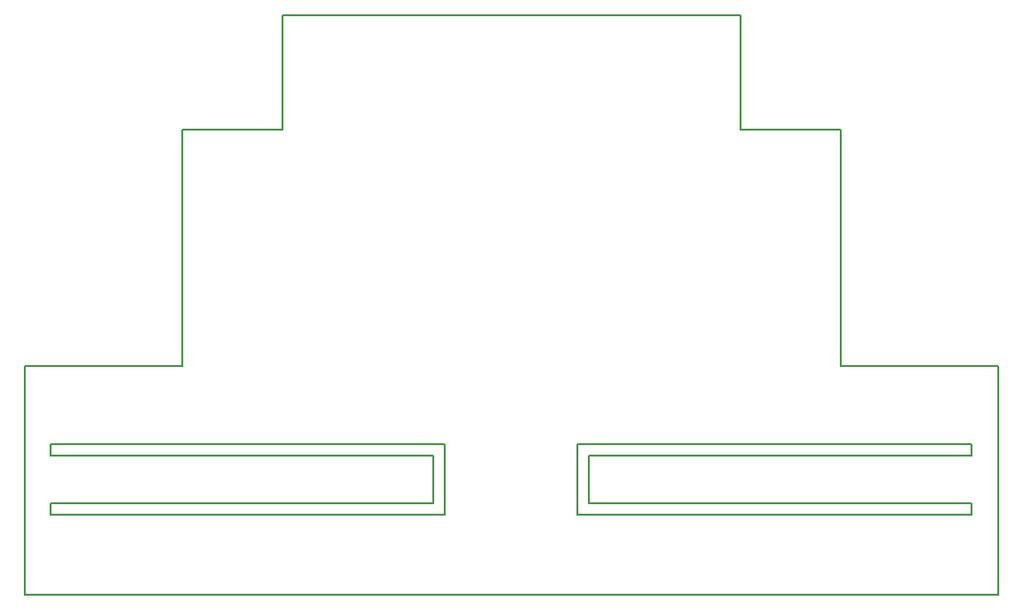
<source format=gbr>
G04 #@! TF.GenerationSoftware,KiCad,Pcbnew,(5.0.2)-1*
G04 #@! TF.CreationDate,2019-10-28T10:13:21+02:00*
G04 #@! TF.ProjectId,2-relay-over-io,322d7265-6c61-4792-9d6f-7665722d696f,rev?*
G04 #@! TF.SameCoordinates,Original*
G04 #@! TF.FileFunction,Profile,NP*
%FSLAX46Y46*%
G04 Gerber Fmt 4.6, Leading zero omitted, Abs format (unit mm)*
G04 Created by KiCad (PCBNEW (5.0.2)-1) date 28.10.2019 10:13:21*
%MOMM*%
%LPD*%
G01*
G04 APERTURE LIST*
%ADD10C,0.150000*%
G04 APERTURE END LIST*
D10*
X126238000Y-133731000D02*
X160147000Y-133731000D01*
X160147000Y-133731000D02*
X160147000Y-132715000D01*
X160147000Y-132715000D02*
X125222000Y-132715000D01*
X125222000Y-132715000D02*
X125222000Y-138938000D01*
X160147000Y-137922000D02*
X126238000Y-137922000D01*
X126238000Y-137922000D02*
X126238000Y-133731000D01*
X125222000Y-138938000D02*
X160147000Y-138938000D01*
X160147000Y-138938000D02*
X160147000Y-137922000D01*
X78486000Y-137922000D02*
X78486000Y-138938000D01*
X113411000Y-132715000D02*
X78486000Y-132715000D01*
X113411000Y-138938000D02*
X113411000Y-132715000D01*
X78486000Y-138938000D02*
X113411000Y-138938000D01*
X112395000Y-137922000D02*
X78486000Y-137922000D01*
X112395000Y-133731000D02*
X112395000Y-137922000D01*
X78486000Y-133731000D02*
X112395000Y-133731000D01*
X78486000Y-132715000D02*
X78486000Y-133731000D01*
X139700000Y-104775000D02*
X139700000Y-94615000D01*
X99060000Y-104775000D02*
X99060000Y-94615000D01*
X139700000Y-104775000D02*
X148590000Y-104775000D01*
X90170000Y-104775000D02*
X99060000Y-104775000D01*
X99060000Y-94615000D02*
X139700000Y-94615000D01*
X148590000Y-125730000D02*
X148590000Y-104775000D01*
X90170000Y-125730000D02*
X90170000Y-104775000D01*
X162560000Y-125730000D02*
X148590000Y-125730000D01*
X76200000Y-125730000D02*
X90170000Y-125730000D01*
X76200000Y-146050000D02*
X76200000Y-125730000D01*
X162560000Y-146050000D02*
X162560000Y-125730000D01*
X76200000Y-146050000D02*
X162560000Y-146050000D01*
M02*

</source>
